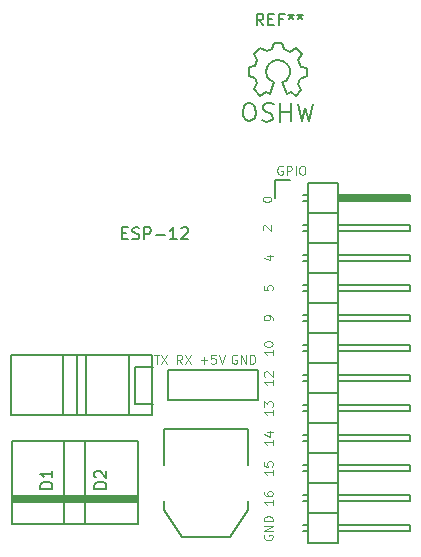
<source format=gbr>
G04 #@! TF.FileFunction,Legend,Top*
%FSLAX46Y46*%
G04 Gerber Fmt 4.6, Leading zero omitted, Abs format (unit mm)*
G04 Created by KiCad (PCBNEW 4.0.2+e4-6225~38~ubuntu16.04.1-stable) date Sun 10 Jul 2016 07:48:29 PM PDT*
%MOMM*%
G01*
G04 APERTURE LIST*
%ADD10C,0.100000*%
%ADD11C,0.150000*%
%ADD12C,0.300000*%
G04 APERTURE END LIST*
D10*
X166249000Y-137763142D02*
X166213286Y-137834571D01*
X166213286Y-137941714D01*
X166249000Y-138048857D01*
X166320429Y-138120285D01*
X166391857Y-138156000D01*
X166534714Y-138191714D01*
X166641857Y-138191714D01*
X166784714Y-138156000D01*
X166856143Y-138120285D01*
X166927571Y-138048857D01*
X166963286Y-137941714D01*
X166963286Y-137870285D01*
X166927571Y-137763142D01*
X166891857Y-137727428D01*
X166641857Y-137727428D01*
X166641857Y-137870285D01*
X166963286Y-137406000D02*
X166213286Y-137406000D01*
X166963286Y-136977428D01*
X166213286Y-136977428D01*
X166963286Y-136620286D02*
X166213286Y-136620286D01*
X166213286Y-136441714D01*
X166249000Y-136334571D01*
X166320429Y-136263143D01*
X166391857Y-136227428D01*
X166534714Y-136191714D01*
X166641857Y-136191714D01*
X166784714Y-136227428D01*
X166856143Y-136263143D01*
X166927571Y-136334571D01*
X166963286Y-136441714D01*
X166963286Y-136620286D01*
X166963286Y-134762857D02*
X166963286Y-135191429D01*
X166963286Y-134977143D02*
X166213286Y-134977143D01*
X166320429Y-135048572D01*
X166391857Y-135120000D01*
X166427571Y-135191429D01*
X166213286Y-134120000D02*
X166213286Y-134262857D01*
X166249000Y-134334286D01*
X166284714Y-134370000D01*
X166391857Y-134441429D01*
X166534714Y-134477143D01*
X166820429Y-134477143D01*
X166891857Y-134441429D01*
X166927571Y-134405714D01*
X166963286Y-134334286D01*
X166963286Y-134191429D01*
X166927571Y-134120000D01*
X166891857Y-134084286D01*
X166820429Y-134048571D01*
X166641857Y-134048571D01*
X166570429Y-134084286D01*
X166534714Y-134120000D01*
X166499000Y-134191429D01*
X166499000Y-134334286D01*
X166534714Y-134405714D01*
X166570429Y-134441429D01*
X166641857Y-134477143D01*
X166963286Y-132254571D02*
X166963286Y-132683143D01*
X166963286Y-132468857D02*
X166213286Y-132468857D01*
X166320429Y-132540286D01*
X166391857Y-132611714D01*
X166427571Y-132683143D01*
X166213286Y-131576000D02*
X166213286Y-131933143D01*
X166570429Y-131968857D01*
X166534714Y-131933143D01*
X166499000Y-131861714D01*
X166499000Y-131683143D01*
X166534714Y-131611714D01*
X166570429Y-131576000D01*
X166641857Y-131540285D01*
X166820429Y-131540285D01*
X166891857Y-131576000D01*
X166927571Y-131611714D01*
X166963286Y-131683143D01*
X166963286Y-131861714D01*
X166927571Y-131933143D01*
X166891857Y-131968857D01*
X166963286Y-129714571D02*
X166963286Y-130143143D01*
X166963286Y-129928857D02*
X166213286Y-129928857D01*
X166320429Y-130000286D01*
X166391857Y-130071714D01*
X166427571Y-130143143D01*
X166463286Y-129071714D02*
X166963286Y-129071714D01*
X166177571Y-129250285D02*
X166713286Y-129428857D01*
X166713286Y-128964571D01*
X166963286Y-127174571D02*
X166963286Y-127603143D01*
X166963286Y-127388857D02*
X166213286Y-127388857D01*
X166320429Y-127460286D01*
X166391857Y-127531714D01*
X166427571Y-127603143D01*
X166213286Y-126924571D02*
X166213286Y-126460285D01*
X166499000Y-126710285D01*
X166499000Y-126603143D01*
X166534714Y-126531714D01*
X166570429Y-126496000D01*
X166641857Y-126460285D01*
X166820429Y-126460285D01*
X166891857Y-126496000D01*
X166927571Y-126531714D01*
X166963286Y-126603143D01*
X166963286Y-126817428D01*
X166927571Y-126888857D01*
X166891857Y-126924571D01*
X166963286Y-124634571D02*
X166963286Y-125063143D01*
X166963286Y-124848857D02*
X166213286Y-124848857D01*
X166320429Y-124920286D01*
X166391857Y-124991714D01*
X166427571Y-125063143D01*
X166284714Y-124348857D02*
X166249000Y-124313143D01*
X166213286Y-124241714D01*
X166213286Y-124063143D01*
X166249000Y-123991714D01*
X166284714Y-123956000D01*
X166356143Y-123920285D01*
X166427571Y-123920285D01*
X166534714Y-123956000D01*
X166963286Y-124384571D01*
X166963286Y-123920285D01*
X166963286Y-122094571D02*
X166963286Y-122523143D01*
X166963286Y-122308857D02*
X166213286Y-122308857D01*
X166320429Y-122380286D01*
X166391857Y-122451714D01*
X166427571Y-122523143D01*
X166213286Y-121630285D02*
X166213286Y-121558857D01*
X166249000Y-121487428D01*
X166284714Y-121451714D01*
X166356143Y-121416000D01*
X166499000Y-121380285D01*
X166677571Y-121380285D01*
X166820429Y-121416000D01*
X166891857Y-121451714D01*
X166927571Y-121487428D01*
X166963286Y-121558857D01*
X166963286Y-121630285D01*
X166927571Y-121701714D01*
X166891857Y-121737428D01*
X166820429Y-121773143D01*
X166677571Y-121808857D01*
X166499000Y-121808857D01*
X166356143Y-121773143D01*
X166284714Y-121737428D01*
X166249000Y-121701714D01*
X166213286Y-121630285D01*
X166963286Y-119522857D02*
X166963286Y-119380000D01*
X166927571Y-119308572D01*
X166891857Y-119272857D01*
X166784714Y-119201429D01*
X166641857Y-119165714D01*
X166356143Y-119165714D01*
X166284714Y-119201429D01*
X166249000Y-119237143D01*
X166213286Y-119308572D01*
X166213286Y-119451429D01*
X166249000Y-119522857D01*
X166284714Y-119558572D01*
X166356143Y-119594286D01*
X166534714Y-119594286D01*
X166606143Y-119558572D01*
X166641857Y-119522857D01*
X166677571Y-119451429D01*
X166677571Y-119308572D01*
X166641857Y-119237143D01*
X166606143Y-119201429D01*
X166534714Y-119165714D01*
X166213286Y-116661429D02*
X166213286Y-117018572D01*
X166570429Y-117054286D01*
X166534714Y-117018572D01*
X166499000Y-116947143D01*
X166499000Y-116768572D01*
X166534714Y-116697143D01*
X166570429Y-116661429D01*
X166641857Y-116625714D01*
X166820429Y-116625714D01*
X166891857Y-116661429D01*
X166927571Y-116697143D01*
X166963286Y-116768572D01*
X166963286Y-116947143D01*
X166927571Y-117018572D01*
X166891857Y-117054286D01*
X166463286Y-114157143D02*
X166963286Y-114157143D01*
X166177571Y-114335714D02*
X166713286Y-114514286D01*
X166713286Y-114050000D01*
X166157714Y-111974286D02*
X166122000Y-111938572D01*
X166086286Y-111867143D01*
X166086286Y-111688572D01*
X166122000Y-111617143D01*
X166157714Y-111581429D01*
X166229143Y-111545714D01*
X166300571Y-111545714D01*
X166407714Y-111581429D01*
X166836286Y-112010000D01*
X166836286Y-111545714D01*
X166086286Y-109382714D02*
X166086286Y-109311286D01*
X166122000Y-109239857D01*
X166157714Y-109204143D01*
X166229143Y-109168429D01*
X166372000Y-109132714D01*
X166550571Y-109132714D01*
X166693429Y-109168429D01*
X166764857Y-109204143D01*
X166800571Y-109239857D01*
X166836286Y-109311286D01*
X166836286Y-109382714D01*
X166800571Y-109454143D01*
X166764857Y-109489857D01*
X166693429Y-109525572D01*
X166550571Y-109561286D01*
X166372000Y-109561286D01*
X166229143Y-109525572D01*
X166157714Y-109489857D01*
X166122000Y-109454143D01*
X166086286Y-109382714D01*
X167779001Y-106559000D02*
X167707572Y-106523286D01*
X167600429Y-106523286D01*
X167493286Y-106559000D01*
X167421858Y-106630429D01*
X167386143Y-106701857D01*
X167350429Y-106844714D01*
X167350429Y-106951857D01*
X167386143Y-107094714D01*
X167421858Y-107166143D01*
X167493286Y-107237571D01*
X167600429Y-107273286D01*
X167671858Y-107273286D01*
X167779001Y-107237571D01*
X167814715Y-107201857D01*
X167814715Y-106951857D01*
X167671858Y-106951857D01*
X168136143Y-107273286D02*
X168136143Y-106523286D01*
X168421858Y-106523286D01*
X168493286Y-106559000D01*
X168529001Y-106594714D01*
X168564715Y-106666143D01*
X168564715Y-106773286D01*
X168529001Y-106844714D01*
X168493286Y-106880429D01*
X168421858Y-106916143D01*
X168136143Y-106916143D01*
X168886143Y-107273286D02*
X168886143Y-106523286D01*
X169386144Y-106523286D02*
X169529001Y-106523286D01*
X169600429Y-106559000D01*
X169671858Y-106630429D01*
X169707572Y-106773286D01*
X169707572Y-107023286D01*
X169671858Y-107166143D01*
X169600429Y-107237571D01*
X169529001Y-107273286D01*
X169386144Y-107273286D01*
X169314715Y-107237571D01*
X169243286Y-107166143D01*
X169207572Y-107023286D01*
X169207572Y-106773286D01*
X169243286Y-106630429D01*
X169314715Y-106559000D01*
X169386144Y-106523286D01*
X156908572Y-122525286D02*
X157337143Y-122525286D01*
X157122857Y-123275286D02*
X157122857Y-122525286D01*
X157515715Y-122525286D02*
X158015715Y-123275286D01*
X158015715Y-122525286D02*
X157515715Y-123275286D01*
X159260000Y-123275286D02*
X159010000Y-122918143D01*
X158831428Y-123275286D02*
X158831428Y-122525286D01*
X159117143Y-122525286D01*
X159188571Y-122561000D01*
X159224286Y-122596714D01*
X159260000Y-122668143D01*
X159260000Y-122775286D01*
X159224286Y-122846714D01*
X159188571Y-122882429D01*
X159117143Y-122918143D01*
X158831428Y-122918143D01*
X159510000Y-122525286D02*
X160010000Y-123275286D01*
X160010000Y-122525286D02*
X159510000Y-123275286D01*
X160833714Y-122989571D02*
X161405143Y-122989571D01*
X161119429Y-123275286D02*
X161119429Y-122703857D01*
X162119428Y-122525286D02*
X161762285Y-122525286D01*
X161726571Y-122882429D01*
X161762285Y-122846714D01*
X161833714Y-122811000D01*
X162012285Y-122811000D01*
X162083714Y-122846714D01*
X162119428Y-122882429D01*
X162155143Y-122953857D01*
X162155143Y-123132429D01*
X162119428Y-123203857D01*
X162083714Y-123239571D01*
X162012285Y-123275286D01*
X161833714Y-123275286D01*
X161762285Y-123239571D01*
X161726571Y-123203857D01*
X162369429Y-122525286D02*
X162619429Y-123275286D01*
X162869429Y-122525286D01*
X163893572Y-122561000D02*
X163822143Y-122525286D01*
X163715000Y-122525286D01*
X163607857Y-122561000D01*
X163536429Y-122632429D01*
X163500714Y-122703857D01*
X163465000Y-122846714D01*
X163465000Y-122953857D01*
X163500714Y-123096714D01*
X163536429Y-123168143D01*
X163607857Y-123239571D01*
X163715000Y-123275286D01*
X163786429Y-123275286D01*
X163893572Y-123239571D01*
X163929286Y-123203857D01*
X163929286Y-122953857D01*
X163786429Y-122953857D01*
X164250714Y-123275286D02*
X164250714Y-122525286D01*
X164679286Y-123275286D01*
X164679286Y-122525286D01*
X165036428Y-123275286D02*
X165036428Y-122525286D01*
X165215000Y-122525286D01*
X165322143Y-122561000D01*
X165393571Y-122632429D01*
X165429286Y-122703857D01*
X165465000Y-122846714D01*
X165465000Y-122953857D01*
X165429286Y-123096714D01*
X165393571Y-123168143D01*
X165322143Y-123239571D01*
X165215000Y-123275286D01*
X165036428Y-123275286D01*
D11*
X167102000Y-107670000D02*
X167102000Y-109220000D01*
X168402000Y-107670000D02*
X167102000Y-107670000D01*
X172593000Y-109093000D02*
X178435000Y-109093000D01*
X178435000Y-109093000D02*
X178435000Y-109347000D01*
X178435000Y-109347000D02*
X172593000Y-109347000D01*
X172593000Y-109347000D02*
X172593000Y-109220000D01*
X172593000Y-109220000D02*
X178435000Y-109220000D01*
X169926000Y-126746000D02*
X169545000Y-126746000D01*
X169926000Y-127254000D02*
X169545000Y-127254000D01*
X169926000Y-129286000D02*
X169545000Y-129286000D01*
X169926000Y-129794000D02*
X169545000Y-129794000D01*
X169926000Y-131826000D02*
X169545000Y-131826000D01*
X169926000Y-132334000D02*
X169545000Y-132334000D01*
X169926000Y-134366000D02*
X169545000Y-134366000D01*
X169926000Y-134874000D02*
X169545000Y-134874000D01*
X169926000Y-137414000D02*
X169545000Y-137414000D01*
X169926000Y-136906000D02*
X169545000Y-136906000D01*
X169926000Y-108966000D02*
X169545000Y-108966000D01*
X169926000Y-109474000D02*
X169545000Y-109474000D01*
X169926000Y-111506000D02*
X169545000Y-111506000D01*
X169926000Y-112014000D02*
X169545000Y-112014000D01*
X169926000Y-114046000D02*
X169545000Y-114046000D01*
X169926000Y-114554000D02*
X169545000Y-114554000D01*
X169926000Y-124714000D02*
X169545000Y-124714000D01*
X169926000Y-124206000D02*
X169545000Y-124206000D01*
X169926000Y-122174000D02*
X169545000Y-122174000D01*
X169926000Y-121666000D02*
X169545000Y-121666000D01*
X169926000Y-119634000D02*
X169545000Y-119634000D01*
X169926000Y-119126000D02*
X169545000Y-119126000D01*
X169926000Y-117094000D02*
X169545000Y-117094000D01*
X169926000Y-116586000D02*
X169545000Y-116586000D01*
X169926000Y-123190000D02*
X172466000Y-123190000D01*
X169926000Y-123190000D02*
X169926000Y-125730000D01*
X169926000Y-125730000D02*
X172466000Y-125730000D01*
X172466000Y-124206000D02*
X178562000Y-124206000D01*
X178562000Y-124206000D02*
X178562000Y-124714000D01*
X178562000Y-124714000D02*
X172466000Y-124714000D01*
X172466000Y-125730000D02*
X172466000Y-123190000D01*
X172466000Y-128270000D02*
X172466000Y-125730000D01*
X178562000Y-127254000D02*
X172466000Y-127254000D01*
X178562000Y-126746000D02*
X178562000Y-127254000D01*
X172466000Y-126746000D02*
X178562000Y-126746000D01*
X169926000Y-128270000D02*
X172466000Y-128270000D01*
X169926000Y-125730000D02*
X169926000Y-128270000D01*
X169926000Y-125730000D02*
X172466000Y-125730000D01*
X169926000Y-130810000D02*
X172466000Y-130810000D01*
X169926000Y-130810000D02*
X169926000Y-133350000D01*
X169926000Y-133350000D02*
X172466000Y-133350000D01*
X172466000Y-131826000D02*
X178562000Y-131826000D01*
X178562000Y-131826000D02*
X178562000Y-132334000D01*
X178562000Y-132334000D02*
X172466000Y-132334000D01*
X172466000Y-133350000D02*
X172466000Y-130810000D01*
X172466000Y-130810000D02*
X172466000Y-128270000D01*
X178562000Y-129794000D02*
X172466000Y-129794000D01*
X178562000Y-129286000D02*
X178562000Y-129794000D01*
X172466000Y-129286000D02*
X178562000Y-129286000D01*
X169926000Y-130810000D02*
X172466000Y-130810000D01*
X169926000Y-128270000D02*
X169926000Y-130810000D01*
X169926000Y-128270000D02*
X172466000Y-128270000D01*
X169926000Y-135890000D02*
X172466000Y-135890000D01*
X169926000Y-135890000D02*
X169926000Y-138430000D01*
X169926000Y-138430000D02*
X172466000Y-138430000D01*
X172466000Y-136906000D02*
X178562000Y-136906000D01*
X178562000Y-136906000D02*
X178562000Y-137414000D01*
X178562000Y-137414000D02*
X172466000Y-137414000D01*
X172466000Y-138430000D02*
X172466000Y-135890000D01*
X172466000Y-135890000D02*
X172466000Y-133350000D01*
X178562000Y-134874000D02*
X172466000Y-134874000D01*
X178562000Y-134366000D02*
X178562000Y-134874000D01*
X172466000Y-134366000D02*
X178562000Y-134366000D01*
X169926000Y-135890000D02*
X172466000Y-135890000D01*
X169926000Y-133350000D02*
X169926000Y-135890000D01*
X169926000Y-133350000D02*
X172466000Y-133350000D01*
X169926000Y-107950000D02*
X172466000Y-107950000D01*
X169926000Y-110490000D02*
X172466000Y-110490000D01*
X169926000Y-110490000D02*
X169926000Y-113030000D01*
X169926000Y-113030000D02*
X172466000Y-113030000D01*
X172466000Y-111506000D02*
X178562000Y-111506000D01*
X178562000Y-111506000D02*
X178562000Y-112014000D01*
X178562000Y-112014000D02*
X172466000Y-112014000D01*
X172466000Y-113030000D02*
X172466000Y-110490000D01*
X172466000Y-110490000D02*
X172466000Y-107950000D01*
X178562000Y-109474000D02*
X172466000Y-109474000D01*
X178562000Y-108966000D02*
X178562000Y-109474000D01*
X172466000Y-108966000D02*
X178562000Y-108966000D01*
X169926000Y-110490000D02*
X172466000Y-110490000D01*
X169926000Y-107950000D02*
X169926000Y-110490000D01*
X169926000Y-118110000D02*
X172466000Y-118110000D01*
X169926000Y-118110000D02*
X169926000Y-120650000D01*
X169926000Y-120650000D02*
X172466000Y-120650000D01*
X172466000Y-119126000D02*
X178562000Y-119126000D01*
X178562000Y-119126000D02*
X178562000Y-119634000D01*
X178562000Y-119634000D02*
X172466000Y-119634000D01*
X172466000Y-120650000D02*
X172466000Y-118110000D01*
X172466000Y-123190000D02*
X172466000Y-120650000D01*
X178562000Y-122174000D02*
X172466000Y-122174000D01*
X178562000Y-121666000D02*
X178562000Y-122174000D01*
X172466000Y-121666000D02*
X178562000Y-121666000D01*
X169926000Y-123190000D02*
X172466000Y-123190000D01*
X169926000Y-120650000D02*
X169926000Y-123190000D01*
X169926000Y-120650000D02*
X172466000Y-120650000D01*
X169926000Y-115570000D02*
X172466000Y-115570000D01*
X169926000Y-115570000D02*
X169926000Y-118110000D01*
X169926000Y-118110000D02*
X172466000Y-118110000D01*
X172466000Y-116586000D02*
X178562000Y-116586000D01*
X178562000Y-116586000D02*
X178562000Y-117094000D01*
X178562000Y-117094000D02*
X172466000Y-117094000D01*
X172466000Y-118110000D02*
X172466000Y-115570000D01*
X172466000Y-115570000D02*
X172466000Y-113030000D01*
X178562000Y-114554000D02*
X172466000Y-114554000D01*
X178562000Y-114046000D02*
X178562000Y-114554000D01*
X172466000Y-114046000D02*
X178562000Y-114046000D01*
X169926000Y-115570000D02*
X172466000Y-115570000D01*
X169926000Y-113030000D02*
X169926000Y-115570000D01*
X169926000Y-113030000D02*
X172466000Y-113030000D01*
D12*
X149400000Y-134550000D02*
X155400000Y-134550000D01*
D11*
X155500000Y-136850000D02*
X149300000Y-136850000D01*
X149300000Y-136850000D02*
X149300000Y-129850000D01*
X149300000Y-129850000D02*
X155500000Y-129850000D01*
X155500000Y-129850000D02*
X155500000Y-136850000D01*
D12*
X149400000Y-134850000D02*
X155400000Y-134850000D01*
X144955000Y-134550000D02*
X150955000Y-134550000D01*
D11*
X151055000Y-136850000D02*
X144855000Y-136850000D01*
X144855000Y-136850000D02*
X144855000Y-129850000D01*
X144855000Y-129850000D02*
X151055000Y-129850000D01*
X151055000Y-129850000D02*
X151055000Y-136850000D01*
D12*
X144955000Y-134850000D02*
X150955000Y-134850000D01*
D11*
X154813000Y-127635000D02*
X154813000Y-122555000D01*
X150368000Y-127635000D02*
X150368000Y-122555000D01*
X156718000Y-122555000D02*
X156718000Y-127635000D01*
X156718000Y-122555000D02*
X150368000Y-122555000D01*
X156718000Y-127635000D02*
X150368000Y-127635000D01*
X149225000Y-127635000D02*
X149225000Y-122555000D01*
X144780000Y-127635000D02*
X144780000Y-122555000D01*
X151130000Y-122555000D02*
X151130000Y-127635000D01*
X151130000Y-122555000D02*
X144780000Y-122555000D01*
X151130000Y-127635000D02*
X144780000Y-127635000D01*
X158115000Y-126365000D02*
X165735000Y-126365000D01*
X158115000Y-123825000D02*
X165735000Y-123825000D01*
X155295000Y-123545000D02*
X156845000Y-123545000D01*
X165735000Y-126365000D02*
X165735000Y-123825000D01*
X158115000Y-123825000D02*
X158115000Y-126365000D01*
X156845000Y-126645000D02*
X155295000Y-126645000D01*
X155295000Y-126645000D02*
X155295000Y-123545000D01*
X164846000Y-131826000D02*
X164846000Y-128778000D01*
X164846000Y-128778000D02*
X157734000Y-128778000D01*
X157734000Y-128778000D02*
X157734000Y-131826000D01*
X164846000Y-134874000D02*
X164846000Y-135636000D01*
X164846000Y-135636000D02*
X163322000Y-137922000D01*
X163322000Y-137922000D02*
X159258000Y-137922000D01*
X159258000Y-137922000D02*
X157734000Y-135636000D01*
X157734000Y-135636000D02*
X157734000Y-134874000D01*
X169054780Y-101241860D02*
X169415460Y-102712520D01*
X169415460Y-102712520D02*
X169694860Y-101650800D01*
X169694860Y-101650800D02*
X170004740Y-102722680D01*
X170004740Y-102722680D02*
X170345100Y-101272340D01*
X167634920Y-101932740D02*
X168424860Y-101922580D01*
X168424860Y-101922580D02*
X168435020Y-101932740D01*
X168435020Y-101932740D02*
X168435020Y-101922580D01*
X168475660Y-101211380D02*
X168475660Y-102753160D01*
X167586660Y-101201220D02*
X167586660Y-102770940D01*
X167586660Y-102770940D02*
X167596820Y-102760780D01*
X167035480Y-101302820D02*
X166684960Y-101221540D01*
X166684960Y-101221540D02*
X166364920Y-101211380D01*
X166364920Y-101211380D02*
X166126160Y-101412040D01*
X166126160Y-101412040D02*
X166095680Y-101681280D01*
X166095680Y-101681280D02*
X166336980Y-101922580D01*
X166336980Y-101922580D02*
X166725600Y-102052120D01*
X166725600Y-102052120D02*
X166905940Y-102212140D01*
X166905940Y-102212140D02*
X166946580Y-102511860D01*
X166946580Y-102511860D02*
X166715440Y-102732840D01*
X166715440Y-102732840D02*
X166395400Y-102760780D01*
X166395400Y-102760780D02*
X166044880Y-102651560D01*
X165006020Y-101201220D02*
X164757100Y-101221540D01*
X164757100Y-101221540D02*
X164515800Y-101462840D01*
X164515800Y-101462840D02*
X164426900Y-101953060D01*
X164426900Y-101953060D02*
X164454840Y-102301040D01*
X164454840Y-102301040D02*
X164655500Y-102621080D01*
X164655500Y-102621080D02*
X164906960Y-102743000D01*
X164906960Y-102743000D02*
X165216840Y-102671880D01*
X165216840Y-102671880D02*
X165435280Y-102491540D01*
X165435280Y-102491540D02*
X165506400Y-102031800D01*
X165506400Y-102031800D02*
X165455600Y-101622860D01*
X165455600Y-101622860D02*
X165346380Y-101340920D01*
X165346380Y-101340920D02*
X164985700Y-101211380D01*
X165605460Y-99481640D02*
X165346380Y-100042980D01*
X165346380Y-100042980D02*
X165884860Y-100561140D01*
X165884860Y-100561140D02*
X166405560Y-100291900D01*
X166405560Y-100291900D02*
X166684960Y-100451920D01*
X168125140Y-100431600D02*
X168455340Y-100241100D01*
X168455340Y-100241100D02*
X168894760Y-100571300D01*
X168894760Y-100571300D02*
X169367200Y-100081080D01*
X169367200Y-100081080D02*
X169085260Y-99601020D01*
X169085260Y-99601020D02*
X169275760Y-99131120D01*
X169275760Y-99131120D02*
X169885360Y-98943160D01*
X169885360Y-98943160D02*
X169885360Y-98262440D01*
X169885360Y-98262440D02*
X169326560Y-98122740D01*
X169326560Y-98122740D02*
X169125900Y-97551240D01*
X169125900Y-97551240D02*
X169395140Y-97081340D01*
X169395140Y-97081340D02*
X168925240Y-96570800D01*
X168925240Y-96570800D02*
X168407080Y-96832420D01*
X168407080Y-96832420D02*
X167937180Y-96631760D01*
X167937180Y-96631760D02*
X167767000Y-96090740D01*
X167767000Y-96090740D02*
X167076120Y-96072960D01*
X167076120Y-96072960D02*
X166865300Y-96621600D01*
X166865300Y-96621600D02*
X166446200Y-96791780D01*
X166446200Y-96791780D02*
X165895020Y-96522540D01*
X165895020Y-96522540D02*
X165376860Y-97050860D01*
X165376860Y-97050860D02*
X165625780Y-97591880D01*
X165625780Y-97591880D02*
X165455600Y-98071940D01*
X165455600Y-98071940D02*
X164906960Y-98171000D01*
X164906960Y-98171000D02*
X164896800Y-98872040D01*
X164896800Y-98872040D02*
X165455600Y-99072700D01*
X165455600Y-99072700D02*
X165595300Y-99471480D01*
X167736520Y-99451160D02*
X168036240Y-99301300D01*
X168036240Y-99301300D02*
X168236900Y-99103180D01*
X168236900Y-99103180D02*
X168386760Y-98701860D01*
X168386760Y-98701860D02*
X168386760Y-98303080D01*
X168386760Y-98303080D02*
X168236900Y-97952560D01*
X168236900Y-97952560D02*
X167784780Y-97602040D01*
X167784780Y-97602040D02*
X167335200Y-97551240D01*
X167335200Y-97551240D02*
X166936420Y-97652840D01*
X166936420Y-97652840D02*
X166535100Y-98000820D01*
X166535100Y-98000820D02*
X166385240Y-98452940D01*
X166385240Y-98452940D02*
X166436040Y-98950780D01*
X166436040Y-98950780D02*
X166684960Y-99253040D01*
X166684960Y-99253040D02*
X167035480Y-99451160D01*
X167035480Y-99451160D02*
X166684960Y-100451920D01*
X167736520Y-99451160D02*
X168135300Y-100451920D01*
X154210095Y-112196571D02*
X154543429Y-112196571D01*
X154686286Y-112720381D02*
X154210095Y-112720381D01*
X154210095Y-111720381D01*
X154686286Y-111720381D01*
X155067238Y-112672762D02*
X155210095Y-112720381D01*
X155448191Y-112720381D01*
X155543429Y-112672762D01*
X155591048Y-112625143D01*
X155638667Y-112529905D01*
X155638667Y-112434667D01*
X155591048Y-112339429D01*
X155543429Y-112291810D01*
X155448191Y-112244190D01*
X155257714Y-112196571D01*
X155162476Y-112148952D01*
X155114857Y-112101333D01*
X155067238Y-112006095D01*
X155067238Y-111910857D01*
X155114857Y-111815619D01*
X155162476Y-111768000D01*
X155257714Y-111720381D01*
X155495810Y-111720381D01*
X155638667Y-111768000D01*
X156067238Y-112720381D02*
X156067238Y-111720381D01*
X156448191Y-111720381D01*
X156543429Y-111768000D01*
X156591048Y-111815619D01*
X156638667Y-111910857D01*
X156638667Y-112053714D01*
X156591048Y-112148952D01*
X156543429Y-112196571D01*
X156448191Y-112244190D01*
X156067238Y-112244190D01*
X157067238Y-112339429D02*
X157829143Y-112339429D01*
X158829143Y-112720381D02*
X158257714Y-112720381D01*
X158543428Y-112720381D02*
X158543428Y-111720381D01*
X158448190Y-111863238D01*
X158352952Y-111958476D01*
X158257714Y-112006095D01*
X159210095Y-111815619D02*
X159257714Y-111768000D01*
X159352952Y-111720381D01*
X159591048Y-111720381D01*
X159686286Y-111768000D01*
X159733905Y-111815619D01*
X159781524Y-111910857D01*
X159781524Y-112006095D01*
X159733905Y-112148952D01*
X159162476Y-112720381D01*
X159781524Y-112720381D01*
X152852381Y-133834095D02*
X151852381Y-133834095D01*
X151852381Y-133596000D01*
X151900000Y-133453142D01*
X151995238Y-133357904D01*
X152090476Y-133310285D01*
X152280952Y-133262666D01*
X152423810Y-133262666D01*
X152614286Y-133310285D01*
X152709524Y-133357904D01*
X152804762Y-133453142D01*
X152852381Y-133596000D01*
X152852381Y-133834095D01*
X151947619Y-132881714D02*
X151900000Y-132834095D01*
X151852381Y-132738857D01*
X151852381Y-132500761D01*
X151900000Y-132405523D01*
X151947619Y-132357904D01*
X152042857Y-132310285D01*
X152138095Y-132310285D01*
X152280952Y-132357904D01*
X152852381Y-132929333D01*
X152852381Y-132310285D01*
X148280381Y-133834095D02*
X147280381Y-133834095D01*
X147280381Y-133596000D01*
X147328000Y-133453142D01*
X147423238Y-133357904D01*
X147518476Y-133310285D01*
X147708952Y-133262666D01*
X147851810Y-133262666D01*
X148042286Y-133310285D01*
X148137524Y-133357904D01*
X148232762Y-133453142D01*
X148280381Y-133596000D01*
X148280381Y-133834095D01*
X148280381Y-132310285D02*
X148280381Y-132881714D01*
X148280381Y-132596000D02*
X147280381Y-132596000D01*
X147423238Y-132691238D01*
X147518476Y-132786476D01*
X147566095Y-132881714D01*
X166151727Y-94615261D02*
X165818393Y-94139070D01*
X165580298Y-94615261D02*
X165580298Y-93615261D01*
X165961251Y-93615261D01*
X166056489Y-93662880D01*
X166104108Y-93710499D01*
X166151727Y-93805737D01*
X166151727Y-93948594D01*
X166104108Y-94043832D01*
X166056489Y-94091451D01*
X165961251Y-94139070D01*
X165580298Y-94139070D01*
X166580298Y-94091451D02*
X166913632Y-94091451D01*
X167056489Y-94615261D02*
X166580298Y-94615261D01*
X166580298Y-93615261D01*
X167056489Y-93615261D01*
X167818394Y-94091451D02*
X167485060Y-94091451D01*
X167485060Y-94615261D02*
X167485060Y-93615261D01*
X167961251Y-93615261D01*
X168485060Y-93615261D02*
X168485060Y-93853356D01*
X168246965Y-93758118D02*
X168485060Y-93853356D01*
X168723156Y-93758118D01*
X168342203Y-94043832D02*
X168485060Y-93853356D01*
X168627918Y-94043832D01*
X169246965Y-93615261D02*
X169246965Y-93853356D01*
X169008870Y-93758118D02*
X169246965Y-93853356D01*
X169485061Y-93758118D01*
X169104108Y-94043832D02*
X169246965Y-93853356D01*
X169389823Y-94043832D01*
M02*

</source>
